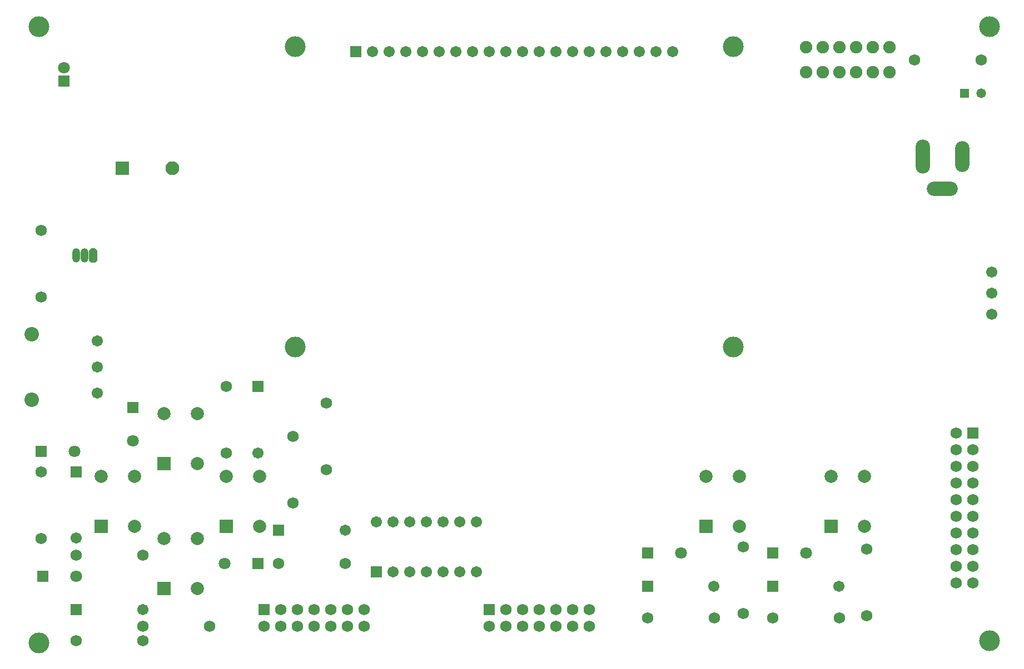
<source format=gbr>
G04 DipTrace 2.4.0.2*
%INBottomMask.gbr*%
%MOIN*%
%ADD16R,0.0709X0.0709*%
%ADD17C,0.0709*%
%ADD33C,0.0787*%
%ADD37C,0.125*%
%ADD47C,0.0828*%
%ADD49R,0.0828X0.0828*%
%ADD51C,0.0867*%
%ADD53O,0.1852X0.0867*%
%ADD55O,0.0867X0.1852*%
%ADD57O,0.0867X0.2049*%
%ADD59C,0.075*%
%ADD61O,0.0474X0.0867*%
%ADD63R,0.068X0.068*%
%ADD65R,0.058X0.058*%
%ADD67C,0.058*%
%ADD68C,0.0671*%
%ADD70R,0.0671X0.0671*%
%ADD72C,0.068*%
%ADD74C,0.068*%
%ADD77C,0.071*%
%ADD78R,0.0789X0.0789*%
%FSLAX44Y44*%
G04*
G70*
G90*
G75*
G01*
%LNBotMask*%
%LPD*%
D78*
X9000Y4750D3*
D33*
X11000D3*
Y7750D3*
X9000D3*
D78*
X5250Y8500D3*
D33*
X7250D3*
Y11500D3*
X5250D3*
D77*
X3625Y13000D3*
D16*
X1625D3*
D74*
X7750Y6750D3*
D72*
X3750D3*
D70*
X21750Y5750D3*
D68*
X22750D3*
X23750D3*
X24750D3*
X25750D3*
X26750D3*
X27750D3*
Y8750D3*
X26750D3*
X25750D3*
X24750D3*
X23750D3*
X22750D3*
X21750D3*
D77*
X3750Y5500D3*
D16*
X1750D3*
D74*
X11750Y2500D3*
D72*
X7750D3*
D74*
X3750Y1625D3*
D72*
X7750D3*
D70*
X3750Y3500D3*
D68*
X7726D3*
D74*
X1625Y11750D3*
D72*
Y7750D3*
D70*
X3750Y11750D3*
D68*
Y7774D3*
D78*
X12750Y8500D3*
D33*
X14750D3*
Y11500D3*
X12750D3*
D77*
X12625Y6250D3*
D16*
X14625D3*
D74*
X16750Y13875D3*
D72*
Y9875D3*
D74*
X15875Y6250D3*
D72*
X19875D3*
D70*
X15875Y8250D3*
D68*
X19851D3*
D78*
X41500Y8500D3*
D33*
X43500D3*
Y11500D3*
X41500D3*
D77*
X40000Y6875D3*
D16*
X38000D3*
D74*
X43750Y3250D3*
D72*
Y7250D3*
D74*
X38000Y3000D3*
D72*
X42000D3*
D70*
X38000Y4875D3*
D68*
X41976D3*
D78*
X9000Y12250D3*
D33*
X11000D3*
Y15250D3*
X9000D3*
D77*
X7125Y13625D3*
D16*
Y15625D3*
D74*
X18750Y11875D3*
D72*
Y15875D3*
D74*
X12750Y16875D3*
D72*
Y12875D3*
D70*
X14625Y16875D3*
D68*
Y12899D3*
D78*
X49000Y8500D3*
D33*
X51000D3*
Y11500D3*
X49000D3*
D77*
X47500Y6875D3*
D16*
X45500D3*
D74*
X51125Y3125D3*
D72*
Y7125D3*
D74*
X45500Y3000D3*
D72*
X49500D3*
D70*
X45500Y4875D3*
D68*
X49476D3*
D67*
X58000Y34500D3*
D65*
X57000D3*
D74*
X58000Y36500D3*
D72*
X54000D3*
D70*
X20500Y37000D3*
D68*
X21500D3*
X22500D3*
X23500D3*
X24500D3*
X25500D3*
X26500D3*
X27500D3*
X28500D3*
X29500D3*
X30500D3*
X31500D3*
X32500D3*
X33500D3*
X34500D3*
X35500D3*
X36500D3*
X37500D3*
X38500D3*
X39500D3*
D37*
X16870Y37276D3*
X43130D3*
X16870Y19244D3*
X43130D3*
D63*
X57500Y14100D3*
D74*
Y13100D3*
Y12100D3*
Y11100D3*
Y10100D3*
Y9100D3*
Y8100D3*
Y7100D3*
Y6100D3*
Y5100D3*
X56500D3*
Y6100D3*
Y7100D3*
Y8100D3*
Y9100D3*
Y10100D3*
Y11100D3*
Y12100D3*
Y13100D3*
Y14100D3*
D63*
X15000Y3500D3*
D74*
X16000D3*
X17000D3*
X18000D3*
X19000D3*
X20000D3*
X21000D3*
Y2500D3*
X20000D3*
X19000D3*
X18000D3*
X17000D3*
X16000D3*
X15000D3*
D63*
X28500Y3500D3*
D74*
X29500D3*
X30500D3*
X31500D3*
X32500D3*
X33500D3*
X34500D3*
Y2500D3*
X33500D3*
X32500D3*
X31500D3*
X30500D3*
X29500D3*
X28500D3*
G36*
X4987Y25062D2*
X4865Y25184D1*
X4635D1*
X4513Y25062D1*
Y24438D1*
X4635Y24316D1*
X4865D1*
X4987Y24438D1*
Y25062D1*
G37*
D61*
X4250Y24750D3*
X3750D3*
D74*
X1625Y22250D3*
D72*
Y26250D3*
D59*
X52500Y37240D3*
X51500D3*
X50500D3*
X49500D3*
X48500D3*
X47500D3*
X52500Y35740D3*
X51500D3*
X50500D3*
X49500D3*
X48500D3*
X47500D3*
D57*
X54499Y30669D3*
D55*
X56861D3*
D53*
X55680Y28740D3*
D16*
X3000Y35216D3*
D17*
Y36004D3*
D68*
X58625Y23750D3*
Y22490D3*
Y21230D3*
X5000Y19625D3*
Y18050D3*
Y16475D3*
D51*
X1063Y20019D3*
Y16082D3*
D49*
X6504Y30000D3*
D47*
X9496D3*
D37*
X1500Y38500D3*
Y1500D3*
X58500Y38500D3*
Y1625D3*
M02*

</source>
